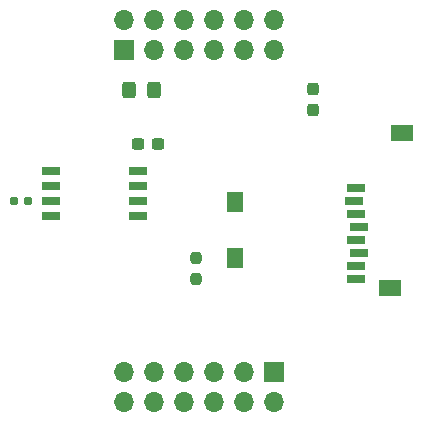
<source format=gbr>
%TF.GenerationSoftware,KiCad,Pcbnew,7.0.5*%
%TF.CreationDate,2023-06-02T12:32:42-04:00*%
%TF.ProjectId,DATA_STORAGE,44415441-5f53-4544-9f52-4147452e6b69,rev?*%
%TF.SameCoordinates,Original*%
%TF.FileFunction,Soldermask,Top*%
%TF.FilePolarity,Negative*%
%FSLAX46Y46*%
G04 Gerber Fmt 4.6, Leading zero omitted, Abs format (unit mm)*
G04 Created by KiCad (PCBNEW 7.0.5) date 2023-06-02 12:32:42*
%MOMM*%
%LPD*%
G01*
G04 APERTURE LIST*
G04 Aperture macros list*
%AMRoundRect*
0 Rectangle with rounded corners*
0 $1 Rounding radius*
0 $2 $3 $4 $5 $6 $7 $8 $9 X,Y pos of 4 corners*
0 Add a 4 corners polygon primitive as box body*
4,1,4,$2,$3,$4,$5,$6,$7,$8,$9,$2,$3,0*
0 Add four circle primitives for the rounded corners*
1,1,$1+$1,$2,$3*
1,1,$1+$1,$4,$5*
1,1,$1+$1,$6,$7*
1,1,$1+$1,$8,$9*
0 Add four rect primitives between the rounded corners*
20,1,$1+$1,$2,$3,$4,$5,0*
20,1,$1+$1,$4,$5,$6,$7,0*
20,1,$1+$1,$6,$7,$8,$9,0*
20,1,$1+$1,$8,$9,$2,$3,0*%
G04 Aperture macros list end*
%ADD10RoundRect,0.250000X0.325000X0.450000X-0.325000X0.450000X-0.325000X-0.450000X0.325000X-0.450000X0*%
%ADD11RoundRect,0.237500X0.237500X-0.300000X0.237500X0.300000X-0.237500X0.300000X-0.237500X-0.300000X0*%
%ADD12RoundRect,0.160000X0.197500X0.160000X-0.197500X0.160000X-0.197500X-0.160000X0.197500X-0.160000X0*%
%ADD13R,1.700000X1.700000*%
%ADD14O,1.700000X1.700000*%
%ADD15R,1.500000X0.800000*%
%ADD16R,1.400000X1.800000*%
%ADD17R,1.900000X1.400000*%
%ADD18RoundRect,0.237500X-0.237500X0.250000X-0.237500X-0.250000X0.237500X-0.250000X0.237500X0.250000X0*%
%ADD19RoundRect,0.237500X0.300000X0.237500X-0.300000X0.237500X-0.300000X-0.237500X0.300000X-0.237500X0*%
%ADD20R,1.650000X0.650000*%
G04 APERTURE END LIST*
D10*
%TO.C,C1*%
X146342500Y-89868621D03*
X144292500Y-89868621D03*
%TD*%
D11*
%TO.C,C2*%
X159820000Y-91541121D03*
X159820000Y-89816121D03*
%TD*%
D12*
%TO.C,R2*%
X135747500Y-99278621D03*
X134552500Y-99278621D03*
%TD*%
D13*
%TO.C,J1*%
X143810000Y-86465599D03*
D14*
X143810000Y-83925599D03*
X146350000Y-86465599D03*
X146350000Y-83925599D03*
X148890000Y-86465599D03*
X148890000Y-83925599D03*
X151430000Y-86465599D03*
X151430000Y-83925599D03*
X153970000Y-86465599D03*
X153970000Y-83925599D03*
X156510000Y-86465599D03*
X156510000Y-83925599D03*
%TD*%
D15*
%TO.C,J3*%
X163510000Y-98179610D03*
X163310000Y-99279610D03*
X163510000Y-100379610D03*
X163710000Y-101479610D03*
X163510000Y-102579610D03*
X163710000Y-103679610D03*
X163510000Y-104779610D03*
X163510000Y-105879610D03*
D16*
X153210000Y-104079610D03*
X153210000Y-99379610D03*
D17*
X167360000Y-93529610D03*
X166360000Y-106679610D03*
%TD*%
D18*
%TO.C,R1*%
X149960000Y-104086121D03*
X149960000Y-105911121D03*
%TD*%
D13*
%TO.C,J2*%
X156510000Y-113743621D03*
D14*
X156510000Y-116283621D03*
X153970000Y-113743621D03*
X153970000Y-116283621D03*
X151430000Y-113743621D03*
X151430000Y-116283621D03*
X148890000Y-113743621D03*
X148890000Y-116283621D03*
X146350000Y-113743621D03*
X146350000Y-116283621D03*
X143810000Y-113743621D03*
X143810000Y-116283621D03*
%TD*%
D19*
%TO.C,C3*%
X146755000Y-94458621D03*
X145030000Y-94458621D03*
%TD*%
D20*
%TO.C,IC1*%
X137660000Y-96748621D03*
X137660000Y-98018621D03*
X137660000Y-99288621D03*
X137660000Y-100558621D03*
X145010000Y-100558621D03*
X145010000Y-99288621D03*
X145010000Y-98018621D03*
X145010000Y-96748621D03*
%TD*%
M02*

</source>
